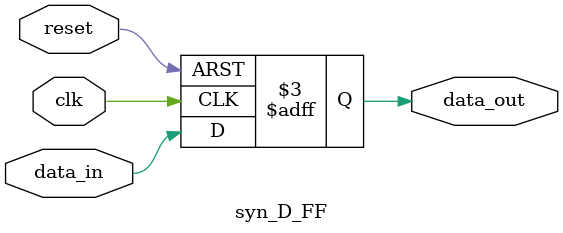
<source format=v>
module syn_D_FF(data_in,data_out,clk,reset); 
input wire data_in, clk,reset;

output reg data_out;
initial
begin
	data_out=1'b0;
end

always@(posedge clk or posedge reset)
begin
if(reset)
data_out<=1'd0;
else
data_out<=data_in; end

endmodule

</source>
